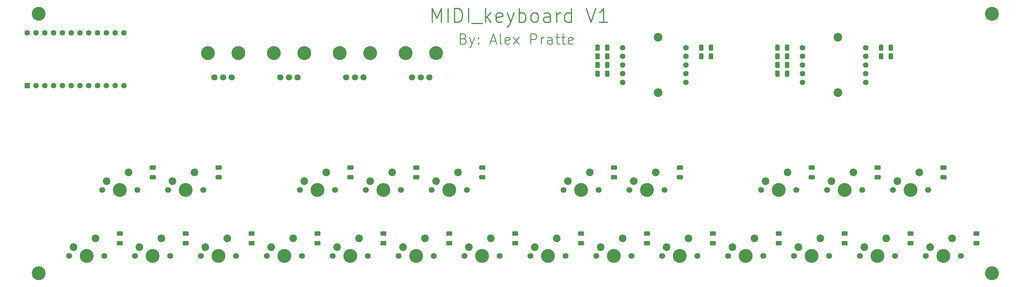
<source format=gts>
G04 #@! TF.GenerationSoftware,KiCad,Pcbnew,(5.1.10)-1*
G04 #@! TF.CreationDate,2021-09-29T18:39:33-04:00*
G04 #@! TF.ProjectId,design,64657369-676e-42e6-9b69-6361645f7063,rev?*
G04 #@! TF.SameCoordinates,Original*
G04 #@! TF.FileFunction,Soldermask,Top*
G04 #@! TF.FilePolarity,Negative*
%FSLAX46Y46*%
G04 Gerber Fmt 4.6, Leading zero omitted, Abs format (unit mm)*
G04 Created by KiCad (PCBNEW (5.1.10)-1) date 2021-09-29 18:39:33*
%MOMM*%
%LPD*%
G01*
G04 APERTURE LIST*
%ADD10C,0.250000*%
%ADD11C,0.350000*%
%ADD12C,1.700000*%
%ADD13C,4.000000*%
%ADD14C,2.200000*%
%ADD15C,2.500000*%
%ADD16C,1.600000*%
%ADD17R,1.600000X1.600000*%
%ADD18C,1.800000*%
G04 APERTURE END LIST*
D10*
X134289285Y-57985714D02*
X134717857Y-58128571D01*
X134860714Y-58271428D01*
X135003571Y-58557142D01*
X135003571Y-58985714D01*
X134860714Y-59271428D01*
X134717857Y-59414285D01*
X134432142Y-59557142D01*
X133289285Y-59557142D01*
X133289285Y-56557142D01*
X134289285Y-56557142D01*
X134575000Y-56700000D01*
X134717857Y-56842857D01*
X134860714Y-57128571D01*
X134860714Y-57414285D01*
X134717857Y-57700000D01*
X134575000Y-57842857D01*
X134289285Y-57985714D01*
X133289285Y-57985714D01*
X136003571Y-57557142D02*
X136717857Y-59557142D01*
X137432142Y-57557142D02*
X136717857Y-59557142D01*
X136432142Y-60271428D01*
X136289285Y-60414285D01*
X136003571Y-60557142D01*
X138575000Y-59271428D02*
X138717857Y-59414285D01*
X138575000Y-59557142D01*
X138432142Y-59414285D01*
X138575000Y-59271428D01*
X138575000Y-59557142D01*
X138575000Y-57700000D02*
X138717857Y-57842857D01*
X138575000Y-57985714D01*
X138432142Y-57842857D01*
X138575000Y-57700000D01*
X138575000Y-57985714D01*
X142146428Y-58700000D02*
X143575000Y-58700000D01*
X141860714Y-59557142D02*
X142860714Y-56557142D01*
X143860714Y-59557142D01*
X145289285Y-59557142D02*
X145003571Y-59414285D01*
X144860714Y-59128571D01*
X144860714Y-56557142D01*
X147575000Y-59414285D02*
X147289285Y-59557142D01*
X146717857Y-59557142D01*
X146432142Y-59414285D01*
X146289285Y-59128571D01*
X146289285Y-57985714D01*
X146432142Y-57700000D01*
X146717857Y-57557142D01*
X147289285Y-57557142D01*
X147575000Y-57700000D01*
X147717857Y-57985714D01*
X147717857Y-58271428D01*
X146289285Y-58557142D01*
X148717857Y-59557142D02*
X150289285Y-57557142D01*
X148717857Y-57557142D02*
X150289285Y-59557142D01*
X153717857Y-59557142D02*
X153717857Y-56557142D01*
X154860714Y-56557142D01*
X155146428Y-56700000D01*
X155289285Y-56842857D01*
X155432142Y-57128571D01*
X155432142Y-57557142D01*
X155289285Y-57842857D01*
X155146428Y-57985714D01*
X154860714Y-58128571D01*
X153717857Y-58128571D01*
X156717857Y-59557142D02*
X156717857Y-57557142D01*
X156717857Y-58128571D02*
X156860714Y-57842857D01*
X157003571Y-57700000D01*
X157289285Y-57557142D01*
X157575000Y-57557142D01*
X159860714Y-59557142D02*
X159860714Y-57985714D01*
X159717857Y-57700000D01*
X159432142Y-57557142D01*
X158860714Y-57557142D01*
X158575000Y-57700000D01*
X159860714Y-59414285D02*
X159575000Y-59557142D01*
X158860714Y-59557142D01*
X158575000Y-59414285D01*
X158432142Y-59128571D01*
X158432142Y-58842857D01*
X158575000Y-58557142D01*
X158860714Y-58414285D01*
X159575000Y-58414285D01*
X159860714Y-58271428D01*
X160860714Y-57557142D02*
X162003571Y-57557142D01*
X161289285Y-56557142D02*
X161289285Y-59128571D01*
X161432142Y-59414285D01*
X161717857Y-59557142D01*
X162003571Y-59557142D01*
X162575000Y-57557142D02*
X163717857Y-57557142D01*
X163003571Y-56557142D02*
X163003571Y-59128571D01*
X163146428Y-59414285D01*
X163432142Y-59557142D01*
X163717857Y-59557142D01*
X165860714Y-59414285D02*
X165575000Y-59557142D01*
X165003571Y-59557142D01*
X164717857Y-59414285D01*
X164575000Y-59128571D01*
X164575000Y-57985714D01*
X164717857Y-57700000D01*
X165003571Y-57557142D01*
X165575000Y-57557142D01*
X165860714Y-57700000D01*
X166003571Y-57985714D01*
X166003571Y-58271428D01*
X164575000Y-58557142D01*
D11*
X125256904Y-53244523D02*
X125256904Y-49244523D01*
X126590238Y-52101666D01*
X127923571Y-49244523D01*
X127923571Y-53244523D01*
X129828333Y-53244523D02*
X129828333Y-49244523D01*
X131733095Y-53244523D02*
X131733095Y-49244523D01*
X132685476Y-49244523D01*
X133256904Y-49435000D01*
X133637857Y-49815952D01*
X133828333Y-50196904D01*
X134018809Y-50958809D01*
X134018809Y-51530238D01*
X133828333Y-52292142D01*
X133637857Y-52673095D01*
X133256904Y-53054047D01*
X132685476Y-53244523D01*
X131733095Y-53244523D01*
X135733095Y-53244523D02*
X135733095Y-49244523D01*
X136685476Y-53625476D02*
X139733095Y-53625476D01*
X140685476Y-53244523D02*
X140685476Y-49244523D01*
X141066428Y-51720714D02*
X142209285Y-53244523D01*
X142209285Y-50577857D02*
X140685476Y-52101666D01*
X145447380Y-53054047D02*
X145066428Y-53244523D01*
X144304523Y-53244523D01*
X143923571Y-53054047D01*
X143733095Y-52673095D01*
X143733095Y-51149285D01*
X143923571Y-50768333D01*
X144304523Y-50577857D01*
X145066428Y-50577857D01*
X145447380Y-50768333D01*
X145637857Y-51149285D01*
X145637857Y-51530238D01*
X143733095Y-51911190D01*
X146971190Y-50577857D02*
X147923571Y-53244523D01*
X148875952Y-50577857D02*
X147923571Y-53244523D01*
X147542619Y-54196904D01*
X147352142Y-54387380D01*
X146971190Y-54577857D01*
X150399761Y-53244523D02*
X150399761Y-49244523D01*
X150399761Y-50768333D02*
X150780714Y-50577857D01*
X151542619Y-50577857D01*
X151923571Y-50768333D01*
X152114047Y-50958809D01*
X152304523Y-51339761D01*
X152304523Y-52482619D01*
X152114047Y-52863571D01*
X151923571Y-53054047D01*
X151542619Y-53244523D01*
X150780714Y-53244523D01*
X150399761Y-53054047D01*
X154590238Y-53244523D02*
X154209285Y-53054047D01*
X154018809Y-52863571D01*
X153828333Y-52482619D01*
X153828333Y-51339761D01*
X154018809Y-50958809D01*
X154209285Y-50768333D01*
X154590238Y-50577857D01*
X155161666Y-50577857D01*
X155542619Y-50768333D01*
X155733095Y-50958809D01*
X155923571Y-51339761D01*
X155923571Y-52482619D01*
X155733095Y-52863571D01*
X155542619Y-53054047D01*
X155161666Y-53244523D01*
X154590238Y-53244523D01*
X159352142Y-53244523D02*
X159352142Y-51149285D01*
X159161666Y-50768333D01*
X158780714Y-50577857D01*
X158018809Y-50577857D01*
X157637857Y-50768333D01*
X159352142Y-53054047D02*
X158971190Y-53244523D01*
X158018809Y-53244523D01*
X157637857Y-53054047D01*
X157447380Y-52673095D01*
X157447380Y-52292142D01*
X157637857Y-51911190D01*
X158018809Y-51720714D01*
X158971190Y-51720714D01*
X159352142Y-51530238D01*
X161256904Y-53244523D02*
X161256904Y-50577857D01*
X161256904Y-51339761D02*
X161447380Y-50958809D01*
X161637857Y-50768333D01*
X162018809Y-50577857D01*
X162399761Y-50577857D01*
X165447380Y-53244523D02*
X165447380Y-49244523D01*
X165447380Y-53054047D02*
X165066428Y-53244523D01*
X164304523Y-53244523D01*
X163923571Y-53054047D01*
X163733095Y-52863571D01*
X163542619Y-52482619D01*
X163542619Y-51339761D01*
X163733095Y-50958809D01*
X163923571Y-50768333D01*
X164304523Y-50577857D01*
X165066428Y-50577857D01*
X165447380Y-50768333D01*
X169828333Y-49244523D02*
X171161666Y-53244523D01*
X172495000Y-49244523D01*
X175923571Y-53244523D02*
X173637857Y-53244523D01*
X174780714Y-53244523D02*
X174780714Y-49244523D01*
X174399761Y-49815952D01*
X174018809Y-50196904D01*
X173637857Y-50387380D01*
G36*
G01*
X235575000Y-95845000D02*
X234325000Y-95845000D01*
G75*
G02*
X234075000Y-95595000I0J250000D01*
G01*
X234075000Y-94845000D01*
G75*
G02*
X234325000Y-94595000I250000J0D01*
G01*
X235575000Y-94595000D01*
G75*
G02*
X235825000Y-94845000I0J-250000D01*
G01*
X235825000Y-95595000D01*
G75*
G02*
X235575000Y-95845000I-250000J0D01*
G01*
G37*
G36*
G01*
X235575000Y-98645000D02*
X234325000Y-98645000D01*
G75*
G02*
X234075000Y-98395000I0J250000D01*
G01*
X234075000Y-97645000D01*
G75*
G02*
X234325000Y-97395000I250000J0D01*
G01*
X235575000Y-97395000D01*
G75*
G02*
X235825000Y-97645000I0J-250000D01*
G01*
X235825000Y-98395000D01*
G75*
G02*
X235575000Y-98645000I-250000J0D01*
G01*
G37*
D12*
X49515000Y-120750000D03*
X39355000Y-120750000D03*
D13*
X44435000Y-120750000D03*
D14*
X40625000Y-118210000D03*
X46975000Y-115670000D03*
D12*
X135240000Y-101700000D03*
X125080000Y-101700000D03*
D13*
X130160000Y-101700000D03*
D14*
X126350000Y-99160000D03*
X132700000Y-96620000D03*
D12*
X125715000Y-120750000D03*
X115555000Y-120750000D03*
D13*
X120635000Y-120750000D03*
D14*
X116825000Y-118210000D03*
X123175000Y-115670000D03*
G36*
G01*
X111750000Y-114895000D02*
X110500000Y-114895000D01*
G75*
G02*
X110250000Y-114645000I0J250000D01*
G01*
X110250000Y-113895000D01*
G75*
G02*
X110500000Y-113645000I250000J0D01*
G01*
X111750000Y-113645000D01*
G75*
G02*
X112000000Y-113895000I0J-250000D01*
G01*
X112000000Y-114645000D01*
G75*
G02*
X111750000Y-114895000I-250000J0D01*
G01*
G37*
G36*
G01*
X111750000Y-117695000D02*
X110500000Y-117695000D01*
G75*
G02*
X110250000Y-117445000I0J250000D01*
G01*
X110250000Y-116695000D01*
G75*
G02*
X110500000Y-116445000I250000J0D01*
G01*
X111750000Y-116445000D01*
G75*
G02*
X112000000Y-116695000I0J-250000D01*
G01*
X112000000Y-117445000D01*
G75*
G02*
X111750000Y-117695000I-250000J0D01*
G01*
G37*
G36*
G01*
X207000000Y-114895000D02*
X205750000Y-114895000D01*
G75*
G02*
X205500000Y-114645000I0J250000D01*
G01*
X205500000Y-113895000D01*
G75*
G02*
X205750000Y-113645000I250000J0D01*
G01*
X207000000Y-113645000D01*
G75*
G02*
X207250000Y-113895000I0J-250000D01*
G01*
X207250000Y-114645000D01*
G75*
G02*
X207000000Y-114895000I-250000J0D01*
G01*
G37*
G36*
G01*
X207000000Y-117695000D02*
X205750000Y-117695000D01*
G75*
G02*
X205500000Y-117445000I0J250000D01*
G01*
X205500000Y-116695000D01*
G75*
G02*
X205750000Y-116445000I250000J0D01*
G01*
X207000000Y-116445000D01*
G75*
G02*
X207250000Y-116695000I0J-250000D01*
G01*
X207250000Y-117445000D01*
G75*
G02*
X207000000Y-117695000I-250000J0D01*
G01*
G37*
D12*
X182865000Y-120750000D03*
X172705000Y-120750000D03*
D13*
X177785000Y-120750000D03*
D14*
X173975000Y-118210000D03*
X180325000Y-115670000D03*
D12*
X59040000Y-101700000D03*
X48880000Y-101700000D03*
D13*
X53960000Y-101700000D03*
D14*
X50150000Y-99160000D03*
X56500000Y-96620000D03*
D12*
X220965000Y-120750000D03*
X210805000Y-120750000D03*
D13*
X215885000Y-120750000D03*
D14*
X212075000Y-118210000D03*
X218425000Y-115670000D03*
X237475000Y-115670000D03*
X231125000Y-118210000D03*
D13*
X234935000Y-120750000D03*
D12*
X229855000Y-120750000D03*
X240015000Y-120750000D03*
X201915000Y-120750000D03*
X191755000Y-120750000D03*
D13*
X196835000Y-120750000D03*
D14*
X193025000Y-118210000D03*
X199375000Y-115670000D03*
D12*
X144765000Y-120750000D03*
X134605000Y-120750000D03*
D13*
X139685000Y-120750000D03*
D14*
X135875000Y-118210000D03*
X142225000Y-115670000D03*
D12*
X116190000Y-101700000D03*
X106030000Y-101700000D03*
D13*
X111110000Y-101700000D03*
D14*
X107300000Y-99160000D03*
X113650000Y-96620000D03*
D12*
X97140000Y-101700000D03*
X86980000Y-101700000D03*
D13*
X92060000Y-101700000D03*
D14*
X88250000Y-99160000D03*
X94600000Y-96620000D03*
D13*
X11430000Y-125730000D03*
X287020000Y-125730000D03*
X11430000Y-50800000D03*
X287020000Y-50800000D03*
G36*
G01*
X205200000Y-61210000D02*
X205200000Y-59960000D01*
G75*
G02*
X205450000Y-59710000I250000J0D01*
G01*
X206200000Y-59710000D01*
G75*
G02*
X206450000Y-59960000I0J-250000D01*
G01*
X206450000Y-61210000D01*
G75*
G02*
X206200000Y-61460000I-250000J0D01*
G01*
X205450000Y-61460000D01*
G75*
G02*
X205200000Y-61210000I0J250000D01*
G01*
G37*
G36*
G01*
X202400000Y-61210000D02*
X202400000Y-59960000D01*
G75*
G02*
X202650000Y-59710000I250000J0D01*
G01*
X203400000Y-59710000D01*
G75*
G02*
X203650000Y-59960000I0J-250000D01*
G01*
X203650000Y-61210000D01*
G75*
G02*
X203400000Y-61460000I-250000J0D01*
G01*
X202650000Y-61460000D01*
G75*
G02*
X202400000Y-61210000I0J250000D01*
G01*
G37*
G36*
G01*
X205200000Y-63710000D02*
X205200000Y-62460000D01*
G75*
G02*
X205450000Y-62210000I250000J0D01*
G01*
X206200000Y-62210000D01*
G75*
G02*
X206450000Y-62460000I0J-250000D01*
G01*
X206450000Y-63710000D01*
G75*
G02*
X206200000Y-63960000I-250000J0D01*
G01*
X205450000Y-63960000D01*
G75*
G02*
X205200000Y-63710000I0J250000D01*
G01*
G37*
G36*
G01*
X202400000Y-63710000D02*
X202400000Y-62460000D01*
G75*
G02*
X202650000Y-62210000I250000J0D01*
G01*
X203400000Y-62210000D01*
G75*
G02*
X203650000Y-62460000I0J-250000D01*
G01*
X203650000Y-63710000D01*
G75*
G02*
X203400000Y-63960000I-250000J0D01*
G01*
X202650000Y-63960000D01*
G75*
G02*
X202400000Y-63710000I0J250000D01*
G01*
G37*
D15*
X190525000Y-57585000D03*
X190525000Y-73585000D03*
D16*
X198575000Y-70585000D03*
X198575000Y-60585000D03*
X198575000Y-63085000D03*
X198575000Y-68085000D03*
X180275000Y-70585000D03*
X180275000Y-68085000D03*
X180275000Y-60585000D03*
X180275000Y-63085000D03*
X198575000Y-65585000D03*
X180275000Y-65585000D03*
D15*
X242525000Y-57585000D03*
X242525000Y-73585000D03*
D16*
X250575000Y-70585000D03*
X250575000Y-60585000D03*
X250575000Y-63085000D03*
X250575000Y-68085000D03*
X232275000Y-70585000D03*
X232275000Y-68085000D03*
X232275000Y-60585000D03*
X232275000Y-63085000D03*
X250575000Y-65585000D03*
X232275000Y-65585000D03*
D12*
X173340000Y-101700000D03*
X163180000Y-101700000D03*
D13*
X168260000Y-101700000D03*
D14*
X164450000Y-99160000D03*
X170800000Y-96620000D03*
D12*
X278115000Y-120750000D03*
X267955000Y-120750000D03*
D13*
X273035000Y-120750000D03*
D14*
X269225000Y-118210000D03*
X275575000Y-115670000D03*
D12*
X192390000Y-101700000D03*
X182230000Y-101700000D03*
D13*
X187310000Y-101700000D03*
D14*
X183500000Y-99160000D03*
X189850000Y-96620000D03*
G36*
G01*
X64125000Y-95845000D02*
X62875000Y-95845000D01*
G75*
G02*
X62625000Y-95595000I0J250000D01*
G01*
X62625000Y-94845000D01*
G75*
G02*
X62875000Y-94595000I250000J0D01*
G01*
X64125000Y-94595000D01*
G75*
G02*
X64375000Y-94845000I0J-250000D01*
G01*
X64375000Y-95595000D01*
G75*
G02*
X64125000Y-95845000I-250000J0D01*
G01*
G37*
G36*
G01*
X64125000Y-98645000D02*
X62875000Y-98645000D01*
G75*
G02*
X62625000Y-98395000I0J250000D01*
G01*
X62625000Y-97645000D01*
G75*
G02*
X62875000Y-97395000I250000J0D01*
G01*
X64125000Y-97395000D01*
G75*
G02*
X64375000Y-97645000I0J-250000D01*
G01*
X64375000Y-98395000D01*
G75*
G02*
X64125000Y-98645000I-250000J0D01*
G01*
G37*
D12*
X68565000Y-120750000D03*
X58405000Y-120750000D03*
D13*
X63485000Y-120750000D03*
D14*
X59675000Y-118210000D03*
X66025000Y-115670000D03*
G36*
G01*
X45075000Y-95845000D02*
X43825000Y-95845000D01*
G75*
G02*
X43575000Y-95595000I0J250000D01*
G01*
X43575000Y-94845000D01*
G75*
G02*
X43825000Y-94595000I250000J0D01*
G01*
X45075000Y-94595000D01*
G75*
G02*
X45325000Y-94845000I0J-250000D01*
G01*
X45325000Y-95595000D01*
G75*
G02*
X45075000Y-95845000I-250000J0D01*
G01*
G37*
G36*
G01*
X45075000Y-98645000D02*
X43825000Y-98645000D01*
G75*
G02*
X43575000Y-98395000I0J250000D01*
G01*
X43575000Y-97645000D01*
G75*
G02*
X43825000Y-97395000I250000J0D01*
G01*
X45075000Y-97395000D01*
G75*
G02*
X45325000Y-97645000I0J-250000D01*
G01*
X45325000Y-98395000D01*
G75*
G02*
X45075000Y-98645000I-250000J0D01*
G01*
G37*
G36*
G01*
X283200000Y-114895000D02*
X281950000Y-114895000D01*
G75*
G02*
X281700000Y-114645000I0J250000D01*
G01*
X281700000Y-113895000D01*
G75*
G02*
X281950000Y-113645000I250000J0D01*
G01*
X283200000Y-113645000D01*
G75*
G02*
X283450000Y-113895000I0J-250000D01*
G01*
X283450000Y-114645000D01*
G75*
G02*
X283200000Y-114895000I-250000J0D01*
G01*
G37*
G36*
G01*
X283200000Y-117695000D02*
X281950000Y-117695000D01*
G75*
G02*
X281700000Y-117445000I0J250000D01*
G01*
X281700000Y-116695000D01*
G75*
G02*
X281950000Y-116445000I250000J0D01*
G01*
X283200000Y-116445000D01*
G75*
G02*
X283450000Y-116695000I0J-250000D01*
G01*
X283450000Y-117445000D01*
G75*
G02*
X283200000Y-117695000I-250000J0D01*
G01*
G37*
G36*
G01*
X226050000Y-114895000D02*
X224800000Y-114895000D01*
G75*
G02*
X224550000Y-114645000I0J250000D01*
G01*
X224550000Y-113895000D01*
G75*
G02*
X224800000Y-113645000I250000J0D01*
G01*
X226050000Y-113645000D01*
G75*
G02*
X226300000Y-113895000I0J-250000D01*
G01*
X226300000Y-114645000D01*
G75*
G02*
X226050000Y-114895000I-250000J0D01*
G01*
G37*
G36*
G01*
X226050000Y-117695000D02*
X224800000Y-117695000D01*
G75*
G02*
X224550000Y-117445000I0J250000D01*
G01*
X224550000Y-116695000D01*
G75*
G02*
X224800000Y-116445000I250000J0D01*
G01*
X226050000Y-116445000D01*
G75*
G02*
X226300000Y-116695000I0J-250000D01*
G01*
X226300000Y-117445000D01*
G75*
G02*
X226050000Y-117695000I-250000J0D01*
G01*
G37*
G36*
G01*
X149850000Y-114895000D02*
X148600000Y-114895000D01*
G75*
G02*
X148350000Y-114645000I0J250000D01*
G01*
X148350000Y-113895000D01*
G75*
G02*
X148600000Y-113645000I250000J0D01*
G01*
X149850000Y-113645000D01*
G75*
G02*
X150100000Y-113895000I0J-250000D01*
G01*
X150100000Y-114645000D01*
G75*
G02*
X149850000Y-114895000I-250000J0D01*
G01*
G37*
G36*
G01*
X149850000Y-117695000D02*
X148600000Y-117695000D01*
G75*
G02*
X148350000Y-117445000I0J250000D01*
G01*
X148350000Y-116695000D01*
G75*
G02*
X148600000Y-116445000I250000J0D01*
G01*
X149850000Y-116445000D01*
G75*
G02*
X150100000Y-116695000I0J-250000D01*
G01*
X150100000Y-117445000D01*
G75*
G02*
X149850000Y-117695000I-250000J0D01*
G01*
G37*
G36*
G01*
X92700000Y-114895000D02*
X91450000Y-114895000D01*
G75*
G02*
X91200000Y-114645000I0J250000D01*
G01*
X91200000Y-113895000D01*
G75*
G02*
X91450000Y-113645000I250000J0D01*
G01*
X92700000Y-113645000D01*
G75*
G02*
X92950000Y-113895000I0J-250000D01*
G01*
X92950000Y-114645000D01*
G75*
G02*
X92700000Y-114895000I-250000J0D01*
G01*
G37*
G36*
G01*
X92700000Y-117695000D02*
X91450000Y-117695000D01*
G75*
G02*
X91200000Y-117445000I0J250000D01*
G01*
X91200000Y-116695000D01*
G75*
G02*
X91450000Y-116445000I250000J0D01*
G01*
X92700000Y-116445000D01*
G75*
G02*
X92950000Y-116695000I0J-250000D01*
G01*
X92950000Y-117445000D01*
G75*
G02*
X92700000Y-117695000I-250000J0D01*
G01*
G37*
G36*
G01*
X273675000Y-95845000D02*
X272425000Y-95845000D01*
G75*
G02*
X272175000Y-95595000I0J250000D01*
G01*
X272175000Y-94845000D01*
G75*
G02*
X272425000Y-94595000I250000J0D01*
G01*
X273675000Y-94595000D01*
G75*
G02*
X273925000Y-94845000I0J-250000D01*
G01*
X273925000Y-95595000D01*
G75*
G02*
X273675000Y-95845000I-250000J0D01*
G01*
G37*
G36*
G01*
X273675000Y-98645000D02*
X272425000Y-98645000D01*
G75*
G02*
X272175000Y-98395000I0J250000D01*
G01*
X272175000Y-97645000D01*
G75*
G02*
X272425000Y-97395000I250000J0D01*
G01*
X273675000Y-97395000D01*
G75*
G02*
X273925000Y-97645000I0J-250000D01*
G01*
X273925000Y-98395000D01*
G75*
G02*
X273675000Y-98645000I-250000J0D01*
G01*
G37*
G36*
G01*
X140325000Y-95845000D02*
X139075000Y-95845000D01*
G75*
G02*
X138825000Y-95595000I0J250000D01*
G01*
X138825000Y-94845000D01*
G75*
G02*
X139075000Y-94595000I250000J0D01*
G01*
X140325000Y-94595000D01*
G75*
G02*
X140575000Y-94845000I0J-250000D01*
G01*
X140575000Y-95595000D01*
G75*
G02*
X140325000Y-95845000I-250000J0D01*
G01*
G37*
G36*
G01*
X140325000Y-98645000D02*
X139075000Y-98645000D01*
G75*
G02*
X138825000Y-98395000I0J250000D01*
G01*
X138825000Y-97645000D01*
G75*
G02*
X139075000Y-97395000I250000J0D01*
G01*
X140325000Y-97395000D01*
G75*
G02*
X140575000Y-97645000I0J-250000D01*
G01*
X140575000Y-98395000D01*
G75*
G02*
X140325000Y-98645000I-250000J0D01*
G01*
G37*
G36*
G01*
X73650000Y-114895000D02*
X72400000Y-114895000D01*
G75*
G02*
X72150000Y-114645000I0J250000D01*
G01*
X72150000Y-113895000D01*
G75*
G02*
X72400000Y-113645000I250000J0D01*
G01*
X73650000Y-113645000D01*
G75*
G02*
X73900000Y-113895000I0J-250000D01*
G01*
X73900000Y-114645000D01*
G75*
G02*
X73650000Y-114895000I-250000J0D01*
G01*
G37*
G36*
G01*
X73650000Y-117695000D02*
X72400000Y-117695000D01*
G75*
G02*
X72150000Y-117445000I0J250000D01*
G01*
X72150000Y-116695000D01*
G75*
G02*
X72400000Y-116445000I250000J0D01*
G01*
X73650000Y-116445000D01*
G75*
G02*
X73900000Y-116695000I0J-250000D01*
G01*
X73900000Y-117445000D01*
G75*
G02*
X73650000Y-117695000I-250000J0D01*
G01*
G37*
G36*
G01*
X264150000Y-114895000D02*
X262900000Y-114895000D01*
G75*
G02*
X262650000Y-114645000I0J250000D01*
G01*
X262650000Y-113895000D01*
G75*
G02*
X262900000Y-113645000I250000J0D01*
G01*
X264150000Y-113645000D01*
G75*
G02*
X264400000Y-113895000I0J-250000D01*
G01*
X264400000Y-114645000D01*
G75*
G02*
X264150000Y-114895000I-250000J0D01*
G01*
G37*
G36*
G01*
X264150000Y-117695000D02*
X262900000Y-117695000D01*
G75*
G02*
X262650000Y-117445000I0J250000D01*
G01*
X262650000Y-116695000D01*
G75*
G02*
X262900000Y-116445000I250000J0D01*
G01*
X264150000Y-116445000D01*
G75*
G02*
X264400000Y-116695000I0J-250000D01*
G01*
X264400000Y-117445000D01*
G75*
G02*
X264150000Y-117695000I-250000J0D01*
G01*
G37*
G36*
G01*
X197475000Y-95845000D02*
X196225000Y-95845000D01*
G75*
G02*
X195975000Y-95595000I0J250000D01*
G01*
X195975000Y-94845000D01*
G75*
G02*
X196225000Y-94595000I250000J0D01*
G01*
X197475000Y-94595000D01*
G75*
G02*
X197725000Y-94845000I0J-250000D01*
G01*
X197725000Y-95595000D01*
G75*
G02*
X197475000Y-95845000I-250000J0D01*
G01*
G37*
G36*
G01*
X197475000Y-98645000D02*
X196225000Y-98645000D01*
G75*
G02*
X195975000Y-98395000I0J250000D01*
G01*
X195975000Y-97645000D01*
G75*
G02*
X196225000Y-97395000I250000J0D01*
G01*
X197475000Y-97395000D01*
G75*
G02*
X197725000Y-97645000I0J-250000D01*
G01*
X197725000Y-98395000D01*
G75*
G02*
X197475000Y-98645000I-250000J0D01*
G01*
G37*
G36*
G01*
X130800000Y-114895000D02*
X129550000Y-114895000D01*
G75*
G02*
X129300000Y-114645000I0J250000D01*
G01*
X129300000Y-113895000D01*
G75*
G02*
X129550000Y-113645000I250000J0D01*
G01*
X130800000Y-113645000D01*
G75*
G02*
X131050000Y-113895000I0J-250000D01*
G01*
X131050000Y-114645000D01*
G75*
G02*
X130800000Y-114895000I-250000J0D01*
G01*
G37*
G36*
G01*
X130800000Y-117695000D02*
X129550000Y-117695000D01*
G75*
G02*
X129300000Y-117445000I0J250000D01*
G01*
X129300000Y-116695000D01*
G75*
G02*
X129550000Y-116445000I250000J0D01*
G01*
X130800000Y-116445000D01*
G75*
G02*
X131050000Y-116695000I0J-250000D01*
G01*
X131050000Y-117445000D01*
G75*
G02*
X130800000Y-117695000I-250000J0D01*
G01*
G37*
G36*
G01*
X254625000Y-95845000D02*
X253375000Y-95845000D01*
G75*
G02*
X253125000Y-95595000I0J250000D01*
G01*
X253125000Y-94845000D01*
G75*
G02*
X253375000Y-94595000I250000J0D01*
G01*
X254625000Y-94595000D01*
G75*
G02*
X254875000Y-94845000I0J-250000D01*
G01*
X254875000Y-95595000D01*
G75*
G02*
X254625000Y-95845000I-250000J0D01*
G01*
G37*
G36*
G01*
X254625000Y-98645000D02*
X253375000Y-98645000D01*
G75*
G02*
X253125000Y-98395000I0J250000D01*
G01*
X253125000Y-97645000D01*
G75*
G02*
X253375000Y-97395000I250000J0D01*
G01*
X254625000Y-97395000D01*
G75*
G02*
X254875000Y-97645000I0J-250000D01*
G01*
X254875000Y-98395000D01*
G75*
G02*
X254625000Y-98645000I-250000J0D01*
G01*
G37*
G36*
G01*
X187950000Y-114895000D02*
X186700000Y-114895000D01*
G75*
G02*
X186450000Y-114645000I0J250000D01*
G01*
X186450000Y-113895000D01*
G75*
G02*
X186700000Y-113645000I250000J0D01*
G01*
X187950000Y-113645000D01*
G75*
G02*
X188200000Y-113895000I0J-250000D01*
G01*
X188200000Y-114645000D01*
G75*
G02*
X187950000Y-114895000I-250000J0D01*
G01*
G37*
G36*
G01*
X187950000Y-117695000D02*
X186700000Y-117695000D01*
G75*
G02*
X186450000Y-117445000I0J250000D01*
G01*
X186450000Y-116695000D01*
G75*
G02*
X186700000Y-116445000I250000J0D01*
G01*
X187950000Y-116445000D01*
G75*
G02*
X188200000Y-116695000I0J-250000D01*
G01*
X188200000Y-117445000D01*
G75*
G02*
X187950000Y-117695000I-250000J0D01*
G01*
G37*
G36*
G01*
X121275000Y-95845000D02*
X120025000Y-95845000D01*
G75*
G02*
X119775000Y-95595000I0J250000D01*
G01*
X119775000Y-94845000D01*
G75*
G02*
X120025000Y-94595000I250000J0D01*
G01*
X121275000Y-94595000D01*
G75*
G02*
X121525000Y-94845000I0J-250000D01*
G01*
X121525000Y-95595000D01*
G75*
G02*
X121275000Y-95845000I-250000J0D01*
G01*
G37*
G36*
G01*
X121275000Y-98645000D02*
X120025000Y-98645000D01*
G75*
G02*
X119775000Y-98395000I0J250000D01*
G01*
X119775000Y-97645000D01*
G75*
G02*
X120025000Y-97395000I250000J0D01*
G01*
X121275000Y-97395000D01*
G75*
G02*
X121525000Y-97645000I0J-250000D01*
G01*
X121525000Y-98395000D01*
G75*
G02*
X121275000Y-98645000I-250000J0D01*
G01*
G37*
G36*
G01*
X54600000Y-114895000D02*
X53350000Y-114895000D01*
G75*
G02*
X53100000Y-114645000I0J250000D01*
G01*
X53100000Y-113895000D01*
G75*
G02*
X53350000Y-113645000I250000J0D01*
G01*
X54600000Y-113645000D01*
G75*
G02*
X54850000Y-113895000I0J-250000D01*
G01*
X54850000Y-114645000D01*
G75*
G02*
X54600000Y-114895000I-250000J0D01*
G01*
G37*
G36*
G01*
X54600000Y-117695000D02*
X53350000Y-117695000D01*
G75*
G02*
X53100000Y-117445000I0J250000D01*
G01*
X53100000Y-116695000D01*
G75*
G02*
X53350000Y-116445000I250000J0D01*
G01*
X54600000Y-116445000D01*
G75*
G02*
X54850000Y-116695000I0J-250000D01*
G01*
X54850000Y-117445000D01*
G75*
G02*
X54600000Y-117695000I-250000J0D01*
G01*
G37*
G36*
G01*
X245100000Y-114895000D02*
X243850000Y-114895000D01*
G75*
G02*
X243600000Y-114645000I0J250000D01*
G01*
X243600000Y-113895000D01*
G75*
G02*
X243850000Y-113645000I250000J0D01*
G01*
X245100000Y-113645000D01*
G75*
G02*
X245350000Y-113895000I0J-250000D01*
G01*
X245350000Y-114645000D01*
G75*
G02*
X245100000Y-114895000I-250000J0D01*
G01*
G37*
G36*
G01*
X245100000Y-117695000D02*
X243850000Y-117695000D01*
G75*
G02*
X243600000Y-117445000I0J250000D01*
G01*
X243600000Y-116695000D01*
G75*
G02*
X243850000Y-116445000I250000J0D01*
G01*
X245100000Y-116445000D01*
G75*
G02*
X245350000Y-116695000I0J-250000D01*
G01*
X245350000Y-117445000D01*
G75*
G02*
X245100000Y-117695000I-250000J0D01*
G01*
G37*
G36*
G01*
X178425000Y-95845000D02*
X177175000Y-95845000D01*
G75*
G02*
X176925000Y-95595000I0J250000D01*
G01*
X176925000Y-94845000D01*
G75*
G02*
X177175000Y-94595000I250000J0D01*
G01*
X178425000Y-94595000D01*
G75*
G02*
X178675000Y-94845000I0J-250000D01*
G01*
X178675000Y-95595000D01*
G75*
G02*
X178425000Y-95845000I-250000J0D01*
G01*
G37*
G36*
G01*
X178425000Y-98645000D02*
X177175000Y-98645000D01*
G75*
G02*
X176925000Y-98395000I0J250000D01*
G01*
X176925000Y-97645000D01*
G75*
G02*
X177175000Y-97395000I250000J0D01*
G01*
X178425000Y-97395000D01*
G75*
G02*
X178675000Y-97645000I0J-250000D01*
G01*
X178675000Y-98395000D01*
G75*
G02*
X178425000Y-98645000I-250000J0D01*
G01*
G37*
G36*
G01*
X168900000Y-114895000D02*
X167650000Y-114895000D01*
G75*
G02*
X167400000Y-114645000I0J250000D01*
G01*
X167400000Y-113895000D01*
G75*
G02*
X167650000Y-113645000I250000J0D01*
G01*
X168900000Y-113645000D01*
G75*
G02*
X169150000Y-113895000I0J-250000D01*
G01*
X169150000Y-114645000D01*
G75*
G02*
X168900000Y-114895000I-250000J0D01*
G01*
G37*
G36*
G01*
X168900000Y-117695000D02*
X167650000Y-117695000D01*
G75*
G02*
X167400000Y-117445000I0J250000D01*
G01*
X167400000Y-116695000D01*
G75*
G02*
X167650000Y-116445000I250000J0D01*
G01*
X168900000Y-116445000D01*
G75*
G02*
X169150000Y-116695000I0J-250000D01*
G01*
X169150000Y-117445000D01*
G75*
G02*
X168900000Y-117695000I-250000J0D01*
G01*
G37*
G36*
G01*
X102225000Y-95845000D02*
X100975000Y-95845000D01*
G75*
G02*
X100725000Y-95595000I0J250000D01*
G01*
X100725000Y-94845000D01*
G75*
G02*
X100975000Y-94595000I250000J0D01*
G01*
X102225000Y-94595000D01*
G75*
G02*
X102475000Y-94845000I0J-250000D01*
G01*
X102475000Y-95595000D01*
G75*
G02*
X102225000Y-95845000I-250000J0D01*
G01*
G37*
G36*
G01*
X102225000Y-98645000D02*
X100975000Y-98645000D01*
G75*
G02*
X100725000Y-98395000I0J250000D01*
G01*
X100725000Y-97645000D01*
G75*
G02*
X100975000Y-97395000I250000J0D01*
G01*
X102225000Y-97395000D01*
G75*
G02*
X102475000Y-97645000I0J-250000D01*
G01*
X102475000Y-98395000D01*
G75*
G02*
X102225000Y-98645000I-250000J0D01*
G01*
G37*
G36*
G01*
X35550000Y-114895000D02*
X34300000Y-114895000D01*
G75*
G02*
X34050000Y-114645000I0J250000D01*
G01*
X34050000Y-113895000D01*
G75*
G02*
X34300000Y-113645000I250000J0D01*
G01*
X35550000Y-113645000D01*
G75*
G02*
X35800000Y-113895000I0J-250000D01*
G01*
X35800000Y-114645000D01*
G75*
G02*
X35550000Y-114895000I-250000J0D01*
G01*
G37*
G36*
G01*
X35550000Y-117695000D02*
X34300000Y-117695000D01*
G75*
G02*
X34050000Y-117445000I0J250000D01*
G01*
X34050000Y-116695000D01*
G75*
G02*
X34300000Y-116445000I250000J0D01*
G01*
X35550000Y-116445000D01*
G75*
G02*
X35800000Y-116695000I0J-250000D01*
G01*
X35800000Y-117445000D01*
G75*
G02*
X35550000Y-117695000I-250000J0D01*
G01*
G37*
G36*
G01*
X173650000Y-59960000D02*
X173650000Y-61210000D01*
G75*
G02*
X173400000Y-61460000I-250000J0D01*
G01*
X172650000Y-61460000D01*
G75*
G02*
X172400000Y-61210000I0J250000D01*
G01*
X172400000Y-59960000D01*
G75*
G02*
X172650000Y-59710000I250000J0D01*
G01*
X173400000Y-59710000D01*
G75*
G02*
X173650000Y-59960000I0J-250000D01*
G01*
G37*
G36*
G01*
X176450000Y-59960000D02*
X176450000Y-61210000D01*
G75*
G02*
X176200000Y-61460000I-250000J0D01*
G01*
X175450000Y-61460000D01*
G75*
G02*
X175200000Y-61210000I0J250000D01*
G01*
X175200000Y-59960000D01*
G75*
G02*
X175450000Y-59710000I250000J0D01*
G01*
X176200000Y-59710000D01*
G75*
G02*
X176450000Y-59960000I0J-250000D01*
G01*
G37*
G36*
G01*
X257200000Y-63710000D02*
X257200000Y-62460000D01*
G75*
G02*
X257450000Y-62210000I250000J0D01*
G01*
X258200000Y-62210000D01*
G75*
G02*
X258450000Y-62460000I0J-250000D01*
G01*
X258450000Y-63710000D01*
G75*
G02*
X258200000Y-63960000I-250000J0D01*
G01*
X257450000Y-63960000D01*
G75*
G02*
X257200000Y-63710000I0J250000D01*
G01*
G37*
G36*
G01*
X254400000Y-63710000D02*
X254400000Y-62460000D01*
G75*
G02*
X254650000Y-62210000I250000J0D01*
G01*
X255400000Y-62210000D01*
G75*
G02*
X255650000Y-62460000I0J-250000D01*
G01*
X255650000Y-63710000D01*
G75*
G02*
X255400000Y-63960000I-250000J0D01*
G01*
X254650000Y-63960000D01*
G75*
G02*
X254400000Y-63710000I0J250000D01*
G01*
G37*
G36*
G01*
X257200000Y-61210000D02*
X257200000Y-59960000D01*
G75*
G02*
X257450000Y-59710000I250000J0D01*
G01*
X258200000Y-59710000D01*
G75*
G02*
X258450000Y-59960000I0J-250000D01*
G01*
X258450000Y-61210000D01*
G75*
G02*
X258200000Y-61460000I-250000J0D01*
G01*
X257450000Y-61460000D01*
G75*
G02*
X257200000Y-61210000I0J250000D01*
G01*
G37*
G36*
G01*
X254400000Y-61210000D02*
X254400000Y-59960000D01*
G75*
G02*
X254650000Y-59710000I250000J0D01*
G01*
X255400000Y-59710000D01*
G75*
G02*
X255650000Y-59960000I0J-250000D01*
G01*
X255650000Y-61210000D01*
G75*
G02*
X255400000Y-61460000I-250000J0D01*
G01*
X254650000Y-61460000D01*
G75*
G02*
X254400000Y-61210000I0J250000D01*
G01*
G37*
G36*
G01*
X225650000Y-59960000D02*
X225650000Y-61210000D01*
G75*
G02*
X225400000Y-61460000I-250000J0D01*
G01*
X224650000Y-61460000D01*
G75*
G02*
X224400000Y-61210000I0J250000D01*
G01*
X224400000Y-59960000D01*
G75*
G02*
X224650000Y-59710000I250000J0D01*
G01*
X225400000Y-59710000D01*
G75*
G02*
X225650000Y-59960000I0J-250000D01*
G01*
G37*
G36*
G01*
X228450000Y-59960000D02*
X228450000Y-61210000D01*
G75*
G02*
X228200000Y-61460000I-250000J0D01*
G01*
X227450000Y-61460000D01*
G75*
G02*
X227200000Y-61210000I0J250000D01*
G01*
X227200000Y-59960000D01*
G75*
G02*
X227450000Y-59710000I250000J0D01*
G01*
X228200000Y-59710000D01*
G75*
G02*
X228450000Y-59960000I0J-250000D01*
G01*
G37*
G36*
G01*
X173650000Y-67460000D02*
X173650000Y-68710000D01*
G75*
G02*
X173400000Y-68960000I-250000J0D01*
G01*
X172650000Y-68960000D01*
G75*
G02*
X172400000Y-68710000I0J250000D01*
G01*
X172400000Y-67460000D01*
G75*
G02*
X172650000Y-67210000I250000J0D01*
G01*
X173400000Y-67210000D01*
G75*
G02*
X173650000Y-67460000I0J-250000D01*
G01*
G37*
G36*
G01*
X176450000Y-67460000D02*
X176450000Y-68710000D01*
G75*
G02*
X176200000Y-68960000I-250000J0D01*
G01*
X175450000Y-68960000D01*
G75*
G02*
X175200000Y-68710000I0J250000D01*
G01*
X175200000Y-67460000D01*
G75*
G02*
X175450000Y-67210000I250000J0D01*
G01*
X176200000Y-67210000D01*
G75*
G02*
X176450000Y-67460000I0J-250000D01*
G01*
G37*
G36*
G01*
X225650000Y-67460000D02*
X225650000Y-68710000D01*
G75*
G02*
X225400000Y-68960000I-250000J0D01*
G01*
X224650000Y-68960000D01*
G75*
G02*
X224400000Y-68710000I0J250000D01*
G01*
X224400000Y-67460000D01*
G75*
G02*
X224650000Y-67210000I250000J0D01*
G01*
X225400000Y-67210000D01*
G75*
G02*
X225650000Y-67460000I0J-250000D01*
G01*
G37*
G36*
G01*
X228450000Y-67460000D02*
X228450000Y-68710000D01*
G75*
G02*
X228200000Y-68960000I-250000J0D01*
G01*
X227450000Y-68960000D01*
G75*
G02*
X227200000Y-68710000I0J250000D01*
G01*
X227200000Y-67460000D01*
G75*
G02*
X227450000Y-67210000I250000J0D01*
G01*
X228200000Y-67210000D01*
G75*
G02*
X228450000Y-67460000I0J-250000D01*
G01*
G37*
G36*
G01*
X173650000Y-64960000D02*
X173650000Y-66210000D01*
G75*
G02*
X173400000Y-66460000I-250000J0D01*
G01*
X172650000Y-66460000D01*
G75*
G02*
X172400000Y-66210000I0J250000D01*
G01*
X172400000Y-64960000D01*
G75*
G02*
X172650000Y-64710000I250000J0D01*
G01*
X173400000Y-64710000D01*
G75*
G02*
X173650000Y-64960000I0J-250000D01*
G01*
G37*
G36*
G01*
X176450000Y-64960000D02*
X176450000Y-66210000D01*
G75*
G02*
X176200000Y-66460000I-250000J0D01*
G01*
X175450000Y-66460000D01*
G75*
G02*
X175200000Y-66210000I0J250000D01*
G01*
X175200000Y-64960000D01*
G75*
G02*
X175450000Y-64710000I250000J0D01*
G01*
X176200000Y-64710000D01*
G75*
G02*
X176450000Y-64960000I0J-250000D01*
G01*
G37*
G36*
G01*
X225650000Y-64960000D02*
X225650000Y-66210000D01*
G75*
G02*
X225400000Y-66460000I-250000J0D01*
G01*
X224650000Y-66460000D01*
G75*
G02*
X224400000Y-66210000I0J250000D01*
G01*
X224400000Y-64960000D01*
G75*
G02*
X224650000Y-64710000I250000J0D01*
G01*
X225400000Y-64710000D01*
G75*
G02*
X225650000Y-64960000I0J-250000D01*
G01*
G37*
G36*
G01*
X228450000Y-64960000D02*
X228450000Y-66210000D01*
G75*
G02*
X228200000Y-66460000I-250000J0D01*
G01*
X227450000Y-66460000D01*
G75*
G02*
X227200000Y-66210000I0J250000D01*
G01*
X227200000Y-64960000D01*
G75*
G02*
X227450000Y-64710000I250000J0D01*
G01*
X228200000Y-64710000D01*
G75*
G02*
X228450000Y-64960000I0J-250000D01*
G01*
G37*
G36*
G01*
X173650000Y-62460000D02*
X173650000Y-63710000D01*
G75*
G02*
X173400000Y-63960000I-250000J0D01*
G01*
X172650000Y-63960000D01*
G75*
G02*
X172400000Y-63710000I0J250000D01*
G01*
X172400000Y-62460000D01*
G75*
G02*
X172650000Y-62210000I250000J0D01*
G01*
X173400000Y-62210000D01*
G75*
G02*
X173650000Y-62460000I0J-250000D01*
G01*
G37*
G36*
G01*
X176450000Y-62460000D02*
X176450000Y-63710000D01*
G75*
G02*
X176200000Y-63960000I-250000J0D01*
G01*
X175450000Y-63960000D01*
G75*
G02*
X175200000Y-63710000I0J250000D01*
G01*
X175200000Y-62460000D01*
G75*
G02*
X175450000Y-62210000I250000J0D01*
G01*
X176200000Y-62210000D01*
G75*
G02*
X176450000Y-62460000I0J-250000D01*
G01*
G37*
G36*
G01*
X225650000Y-62460000D02*
X225650000Y-63710000D01*
G75*
G02*
X225400000Y-63960000I-250000J0D01*
G01*
X224650000Y-63960000D01*
G75*
G02*
X224400000Y-63710000I0J250000D01*
G01*
X224400000Y-62460000D01*
G75*
G02*
X224650000Y-62210000I250000J0D01*
G01*
X225400000Y-62210000D01*
G75*
G02*
X225650000Y-62460000I0J-250000D01*
G01*
G37*
G36*
G01*
X228450000Y-62460000D02*
X228450000Y-63710000D01*
G75*
G02*
X228200000Y-63960000I-250000J0D01*
G01*
X227450000Y-63960000D01*
G75*
G02*
X227200000Y-63710000I0J250000D01*
G01*
X227200000Y-62460000D01*
G75*
G02*
X227450000Y-62210000I250000J0D01*
G01*
X228200000Y-62210000D01*
G75*
G02*
X228450000Y-62460000I0J-250000D01*
G01*
G37*
D12*
X163815000Y-120750000D03*
X153655000Y-120750000D03*
D13*
X158735000Y-120750000D03*
D14*
X154925000Y-118210000D03*
X161275000Y-115670000D03*
D12*
X230490000Y-101700000D03*
X220330000Y-101700000D03*
D13*
X225410000Y-101700000D03*
D14*
X221600000Y-99160000D03*
X227950000Y-96620000D03*
D16*
X8135000Y-56310000D03*
X10675000Y-56310000D03*
X13215000Y-56310000D03*
X15755000Y-56310000D03*
X18295000Y-56310000D03*
X20835000Y-56310000D03*
X23375000Y-56310000D03*
X25915000Y-56310000D03*
X28455000Y-56310000D03*
X30995000Y-56310000D03*
X33535000Y-56310000D03*
X36075000Y-56310000D03*
X36075000Y-71550000D03*
X33535000Y-71550000D03*
X30995000Y-71550000D03*
X28455000Y-71550000D03*
X25915000Y-71550000D03*
X23375000Y-71550000D03*
X20835000Y-71550000D03*
X18295000Y-71550000D03*
X15755000Y-71550000D03*
X13215000Y-71550000D03*
X10675000Y-71550000D03*
D17*
X8135000Y-71550000D03*
D12*
X87615000Y-120750000D03*
X77455000Y-120750000D03*
D13*
X82535000Y-120750000D03*
D14*
X78725000Y-118210000D03*
X85075000Y-115670000D03*
D12*
X268590000Y-101700000D03*
X258430000Y-101700000D03*
D13*
X263510000Y-101700000D03*
D14*
X259700000Y-99160000D03*
X266050000Y-96620000D03*
D12*
X259065000Y-120750000D03*
X248905000Y-120750000D03*
D13*
X253985000Y-120750000D03*
D14*
X250175000Y-118210000D03*
X256525000Y-115670000D03*
D12*
X249540000Y-101700000D03*
X239380000Y-101700000D03*
D13*
X244460000Y-101700000D03*
D14*
X240650000Y-99160000D03*
X247000000Y-96620000D03*
D12*
X106665000Y-120750000D03*
X96505000Y-120750000D03*
D13*
X101585000Y-120750000D03*
D14*
X97775000Y-118210000D03*
X104125000Y-115670000D03*
D12*
X39990000Y-101700000D03*
X29830000Y-101700000D03*
D13*
X34910000Y-101700000D03*
D14*
X31100000Y-99160000D03*
X37450000Y-96620000D03*
D12*
X30465000Y-120750000D03*
X20305000Y-120750000D03*
D13*
X25385000Y-120750000D03*
D14*
X21575000Y-118210000D03*
X27925000Y-115670000D03*
D13*
X126324999Y-62135001D03*
X117524999Y-62135001D03*
D18*
X124424999Y-69135001D03*
X121924999Y-69135001D03*
X119424999Y-69135001D03*
D13*
X107274999Y-62135001D03*
X98474999Y-62135001D03*
D18*
X105374999Y-69135001D03*
X102874999Y-69135001D03*
X100374999Y-69135001D03*
D13*
X88224999Y-62135001D03*
X79424999Y-62135001D03*
D18*
X86324999Y-69135001D03*
X83824999Y-69135001D03*
X81324999Y-69135001D03*
D13*
X69174999Y-62135001D03*
X60374999Y-62135001D03*
D18*
X67274999Y-69135001D03*
X64774999Y-69135001D03*
X62274999Y-69135001D03*
M02*

</source>
